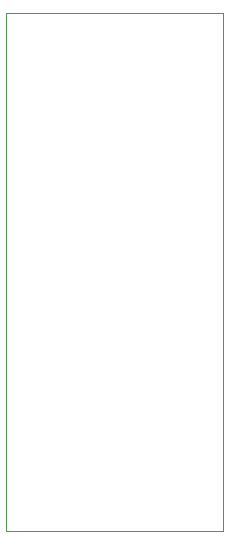
<source format=gbr>
G04 #@! TF.GenerationSoftware,KiCad,Pcbnew,(5.1.6-0-10_14)*
G04 #@! TF.CreationDate,2020-08-29T18:54:40+02:00*
G04 #@! TF.ProjectId,NanoFan,4e616e6f-4661-46e2-9e6b-696361645f70,rev?*
G04 #@! TF.SameCoordinates,Original*
G04 #@! TF.FileFunction,Profile,NP*
%FSLAX46Y46*%
G04 Gerber Fmt 4.6, Leading zero omitted, Abs format (unit mm)*
G04 Created by KiCad (PCBNEW (5.1.6-0-10_14)) date 2020-08-29 18:54:40*
%MOMM*%
%LPD*%
G01*
G04 APERTURE LIST*
G04 #@! TA.AperFunction,Profile*
%ADD10C,0.050000*%
G04 #@! TD*
G04 APERTURE END LIST*
D10*
X123190000Y-127000000D02*
X141605000Y-127000000D01*
X123190000Y-83185000D02*
X123190000Y-127000000D01*
X141605000Y-83185000D02*
X123190000Y-83185000D01*
X141605000Y-127000000D02*
X141605000Y-83185000D01*
M02*

</source>
